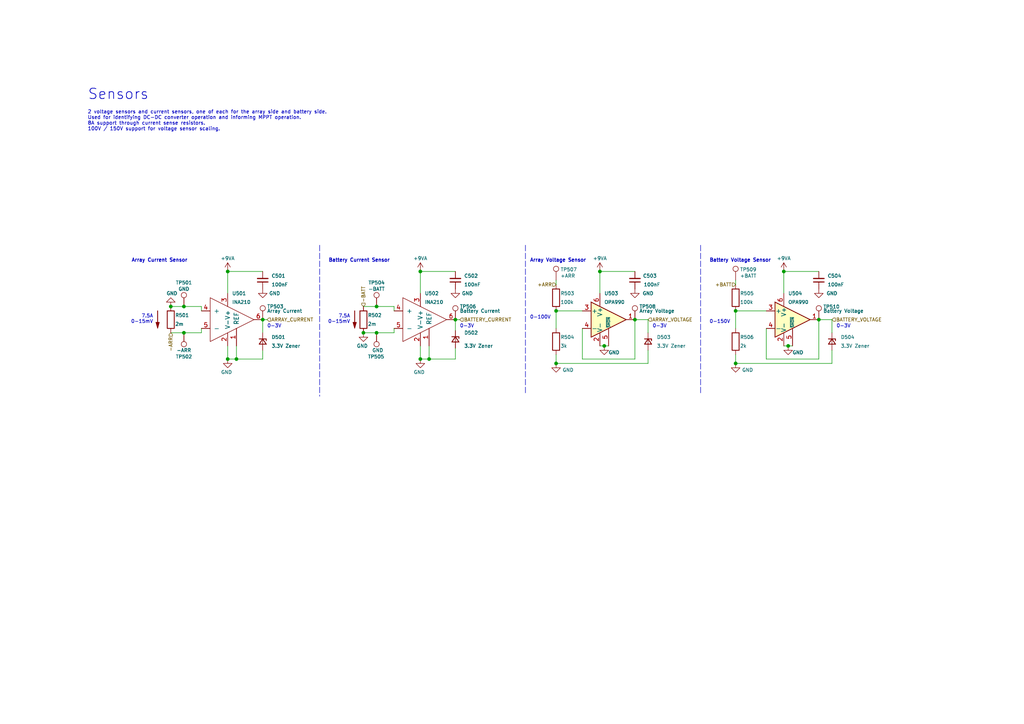
<source format=kicad_sch>
(kicad_sch (version 20211123) (generator eeschema)
  (paper "A4")
  (title_block (title "Sunscatter") (date "2022-06-05") (rev "3.4.0") (company "Longhorn Racing Solar") (comment 1 "Matthew Yu") (comment 2 "Gary Hallock"))
  (lib_symbols
    (symbol "Amplifier_Operational:MAX4238AUT" (pin_names (offset 0.127))
      (property "Reference" "U" (at 0 6.35 0))
      (property "Value" "MAX4238AUT" (at 0 3.81 0))
      (symbol "MAX4238AUT_0_1"
        (polyline (pts (xy -5.08 5.08) (xy 5.08 0) (xy -5.08 -5.08) (xy -5.08 5.08)) (stroke (width 0.254)) (fill (type background)))
      )
      (symbol "MAX4238AUT_1_1"
        (pin output line (at 7.62 0 180) (length 2.54) (name "~") (number "1"))
        (pin power_in line (at -2.54 -7.62 90) (length 3.81) (name "V-") (number "2"))
        (pin input line (at -7.62 2.54 0) (length 2.54) (name "+") (number "3"))
        (pin input line (at -7.62 -2.54 0) (length 2.54) (name "-") (number "4"))
        (pin input line (at 0 -7.62 90) (length 5.08) (name "~{SHDN}") (number "5"))
        (pin power_in line (at -2.54 7.62 270) (length 3.81) (name "V+") (number "6"))
      )
    )
    (symbol "Connector:TestPoint" (pin_numbers hide) (pin_names (offset 0.762) hide)
      (property "Reference" "TP" (at 0 6.858 0))
      (property "Value" "TestPoint" (at 0 5.08 0))
      (symbol "TestPoint_0_1"
        (circle (center 0 3.302) (radius 0.762))
      )
      (symbol "TestPoint_1_1"
        (pin passive line (at 0 0 90) (length 2.54) (name "1") (number "1"))
      )
    )
    (symbol "Device:C_Small" (pin_numbers hide) (pin_names (offset 0.254) hide)
      (property "Reference" "C" (at 0.254 1.778 0))
      (property "Value" "C_Small" (at 0.254 -2.032 0))
      (symbol "C_Small_0_1"
        (polyline (pts (xy -1.524 -0.508) (xy 1.524 -0.508)) (stroke (width 0.3302)))
        (polyline (pts (xy -1.524 0.508) (xy 1.524 0.508)) (stroke (width 0.3048)))
      )
      (symbol "C_Small_1_1"
        (pin passive line (at 0 2.54 270) (length 2.032) (name "~") (number "1"))
        (pin passive line (at 0 -2.54 90) (length 2.032) (name "~") (number "2"))
      )
    )
    (symbol "Device:D_Zener_Small" (pin_numbers hide) (pin_names (offset 0.254) hide)
      (property "Reference" "D" (at 0 2.286 0))
      (property "Value" "D_Zener_Small" (at 0 -2.286 0))
      (symbol "D_Zener_Small_0_1"
        (polyline (pts (xy 0.762 0) (xy -0.762 0)))
        (polyline (pts (xy -0.254 1.016) (xy -0.762 1.016) (xy -0.762 -1.016)) (stroke (width 0.254)))
        (polyline (pts (xy 0.762 1.016) (xy -0.762 0) (xy 0.762 -1.016) (xy 0.762 1.016)) (stroke (width 0.254)))
      )
      (symbol "D_Zener_Small_1_1"
        (pin passive line (at -2.54 0 0) (length 1.778) (name "K") (number "1"))
        (pin passive line (at 2.54 0 180) (length 1.778) (name "A") (number "2"))
      )
    )
    (symbol "Device:R" (pin_numbers hide) (pin_names (offset 0))
      (property "Reference" "R" (at 2.032 0 90))
      (property "Value" "R" (at 0 0 90))
      (symbol "R_0_1"
        (rectangle (start -1.016 -2.54) (end 1.016 2.54) (stroke (width 0.254)))
      )
      (symbol "R_1_1"
        (pin passive line (at 0 3.81 270) (length 1.27) (name "~") (number "1"))
        (pin passive line (at 0 -3.81 90) (length 1.27) (name "~") (number "2"))
      )
    )
    (symbol "Graphic:SYM_Arrow_Normal" (pin_names (offset 1.016))
      (symbol "SYM_Arrow_Normal_0_1"
        (polyline (pts (xy 1.524 0) (xy -2.54 0)) (stroke (width 0.254)))
        (polyline (pts (xy 2.54 0) (xy 0.762 -0.508) (xy 0.762 0.508) (xy 2.54 0)) (fill (type outline)))
      )
    )
    (symbol "MPPT:OP_AMP_INA21x" (pin_names (offset 1.016))
      (property "Reference" "U" (at 5.08 -5.08 0))
      (property "Value" "OP_AMP_INA21x" (at 1.27 5.08 0))
      (symbol "OP_AMP_INA21x_0_1"
        (polyline (pts (xy -5.08 6.35) (xy 7.62 0) (xy -5.08 -6.35) (xy -5.08 6.35)))
      )
      (symbol "OP_AMP_INA21x_1_1"
        (pin input line (at 2.54 -7.62 90) (length 5.08) (name "REF") (number "1"))
        (pin power_in line (at 0 -7.62 90) (length 3.81) (name "V-") (number "2"))
        (pin power_in line (at 0 7.62 270) (length 3.81) (name "V+") (number "3"))
        (pin input line (at -7.62 2.54 0) (length 2.54) (name "+") (number "4"))
        (pin input line (at -7.62 -2.54 0) (length 2.54) (name "-") (number "5"))
        (pin output line (at 10.16 0 180) (length 2.54) (name "~") (number "6"))
      )
    )
    (symbol "power:+9VA" (power) (pin_names (offset 0))
      (property "Value" "+9VA" (at 0 3.81 0))
      (symbol "+9VA_0_1"
        (polyline (pts (xy -0.762 1.27) (xy 0 2.54)))
        (polyline (pts (xy 0 0) (xy 0 2.54)))
        (polyline (pts (xy 0 2.54) (xy 0.762 1.27)))
      )
      (symbol "+9VA_1_1"
        (pin power_in line (at 0 0 90) (length 0) hide (name "+9VA") (number "1"))
      )
    )
    (symbol "power:GND" (power) (pin_names (offset 0))
      (property "Value" "GND" (at 0 -3.81 0))
      (symbol "GND_0_1"
        (polyline (pts (xy 0 0) (xy 0 -1.27) (xy 1.27 -1.27) (xy 0 -2.54) (xy -1.27 -1.27) (xy 0 -1.27)))
      )
      (symbol "GND_1_1"
        (pin power_in line (at 0 0 270) (length 0) hide (name "GND") (number "1"))
      )
    )
  )
  (junction (at 53.34 96.52))
  (junction (at 68.58 104.14))
  (junction (at 161.29 90.17))
  (junction (at 109.22 96.52))
  (junction (at 213.36 90.17))
  (junction (at 121.92 78.74))
  (junction (at 121.92 104.14))
  (junction (at 53.34 88.9))
  (junction (at 132.08 92.71))
  (junction (at 173.99 78.74))
  (junction (at 124.46 104.14))
  (junction (at 228.6 100.33))
  (junction (at 237.49 92.71))
  (junction (at 76.2 92.71))
  (junction (at 49.53 88.9))
  (junction (at 105.41 96.52))
  (junction (at 109.22 88.9))
  (junction (at 66.04 104.14))
  (junction (at 175.26 100.33))
  (junction (at 213.36 105.41))
  (junction (at 66.04 78.74))
  (junction (at 161.29 105.41))
  (junction (at 227.33 78.74))
  (junction (at 184.15 92.71))
  (polyline (pts (xy 152.4 71.12) (xy 152.4 114.3)))
  (wire (pts (xy 227.33 78.74) (xy 227.33 85.09)))
  (polyline (pts (xy 203.2 71.12) (xy 203.2 114.3)))
  (wire (pts (xy 227.33 100.33) (xy 228.6 100.33)))
  (wire (pts (xy 173.99 78.74) (xy 173.99 85.09)))
  (wire (pts (xy 213.36 90.17) (xy 213.36 95.25)))
  (wire (pts (xy 173.99 100.33) (xy 175.26 100.33)))
  (wire (pts (xy 76.2 101.6) (xy 76.2 104.14)))
  (wire (pts (xy 222.25 104.14) (xy 237.49 104.14)))
  (wire (pts (xy 187.96 92.71) (xy 187.96 96.52)))
  (wire (pts (xy 77.47 92.71) (xy 76.2 92.71)))
  (wire (pts (xy 121.92 78.74) (xy 121.92 85.09)))
  (wire (pts (xy 53.34 88.9) (xy 58.42 88.9)))
  (wire (pts (xy 222.25 95.25) (xy 222.25 104.14)))
  (wire (pts (xy 161.29 102.87) (xy 161.29 105.41)))
  (wire (pts (xy 213.36 105.41) (xy 241.3 105.41)))
  (wire (pts (xy 241.3 92.71) (xy 237.49 92.71)))
  (wire (pts (xy 228.6 100.33) (xy 229.87 100.33)))
  (wire (pts (xy 109.22 88.9) (xy 114.3 88.9)))
  (wire (pts (xy 175.26 100.33) (xy 176.53 100.33)))
  (wire (pts (xy 133.35 92.71) (xy 132.08 92.71)))
  (wire (pts (xy 66.04 78.74) (xy 66.04 85.09)))
  (wire (pts (xy 66.04 104.14) (xy 68.58 104.14)))
  (wire (pts (xy 184.15 104.14) (xy 168.91 104.14)))
  (wire (pts (xy 53.34 88.9) (xy 49.53 88.9)))
  (wire (pts (xy 76.2 92.71) (xy 76.2 96.52)))
  (wire (pts (xy 187.96 105.41) (xy 187.96 101.6)))
  (wire (pts (xy 58.42 96.52) (xy 53.34 96.52)))
  (wire (pts (xy 53.34 96.52) (xy 49.53 96.52)))
  (wire (pts (xy 213.36 102.87) (xy 213.36 105.41)))
  (wire (pts (xy 121.92 104.14) (xy 124.46 104.14)))
  (wire (pts (xy 66.04 100.33) (xy 66.04 104.14)))
  (wire (pts (xy 213.36 90.17) (xy 222.25 90.17)))
  (wire (pts (xy 132.08 100.965) (xy 132.08 104.14)))
  (wire (pts (xy 241.3 101.6) (xy 241.3 105.41)))
  (wire (pts (xy 161.29 105.41) (xy 187.96 105.41)))
  (wire (pts (xy 132.08 92.71) (xy 132.08 95.885)))
  (wire (pts (xy 124.46 100.33) (xy 124.46 104.14)))
  (wire (pts (xy 58.42 95.25) (xy 58.42 96.52)))
  (wire (pts (xy 114.3 90.17) (xy 114.3 88.9)))
  (wire (pts (xy 121.92 78.74) (xy 132.08 78.74)))
  (polyline (pts (xy 92.71 71.12) (xy 92.71 114.935)))
  (wire (pts (xy 66.04 78.74) (xy 76.2 78.74)))
  (wire (pts (xy 241.3 96.52) (xy 241.3 92.71)))
  (wire (pts (xy 105.41 88.9) (xy 109.22 88.9)))
  (wire (pts (xy 184.15 92.71) (xy 184.15 104.14)))
  (wire (pts (xy 184.15 92.71) (xy 187.96 92.71)))
  (wire (pts (xy 168.91 95.25) (xy 168.91 104.14)))
  (wire (pts (xy 161.29 81.28) (xy 161.29 82.55)))
  (wire (pts (xy 213.36 81.28) (xy 213.36 82.55)))
  (wire (pts (xy 227.33 78.74) (xy 237.49 78.74)))
  (wire (pts (xy 105.41 96.52) (xy 109.22 96.52)))
  (wire (pts (xy 114.3 95.25) (xy 114.3 96.52)))
  (wire (pts (xy 173.99 78.74) (xy 184.15 78.74)))
  (wire (pts (xy 161.29 90.17) (xy 168.91 90.17)))
  (wire (pts (xy 58.42 90.17) (xy 58.42 88.9)))
  (wire (pts (xy 68.58 100.33) (xy 68.58 104.14)))
  (wire (pts (xy 124.46 104.14) (xy 132.08 104.14)))
  (wire (pts (xy 161.29 90.17) (xy 161.29 95.25)))
  (wire (pts (xy 68.58 104.14) (xy 76.2 104.14)))
  (wire (pts (xy 121.92 100.33) (xy 121.92 104.14)))
  (wire (pts (xy 109.22 96.52) (xy 114.3 96.52)))
  (wire (pts (xy 237.49 104.14) (xy 237.49 92.71)))
  (text "0-3V" (at 242.57 95.25 0) (effects (font (size 1 1)) (justify left bottom)))
  (text "0-3V" (at 133.35 95.25 0) (effects (font (size 1 1)) (justify left bottom)))
  (text "7.5A\n0-15mV" (at 44.45 93.98 180) (effects (font (size 1 1)) (justify right bottom)))
  (text "Array Current Sensor" (at 38.1 76.2 0) (effects (font (size 1.016 1.016) (thickness 0.2032) bold) (justify left bottom)))
  (text "Array Voltage Sensor" (at 153.67 76.2 0) (effects (font (size 1.016 1.016) (thickness 0.2032) bold) (justify left bottom)))
  (text "0-150V" (at 205.74 93.98 0) (effects (font (size 1 1)) (justify left bottom)))
  (text "2 voltage sensors and current sensors, one of each for the array side and battery side.\nUsed for identifying DC-DC converter operation and informing MPPT operation.\n8A support through current sense resistors.\n100V / 150V support for voltage sensor scaling." (at 25.4 38.1 0) (effects (font (size 1.016 1.016)) (justify left bottom)))
  (text "Sensors" (at 25.4 29.21 0) (effects (font (size 3 3) (thickness 0.2032) bold) (justify left bottom)))
  (text "0-3V" (at 77.47 95.25 0) (effects (font (size 1 1)) (justify left bottom)))
  (text "Battery Current Sensor" (at 95.25 76.2 0) (effects (font (size 1.016 1.016) (thickness 0.2032) bold) (justify left bottom)))
  (text "7.5A\n0-15mV" (at 101.6 93.98 180) (effects (font (size 1 1)) (justify right bottom)))
  (text "0-3V" (at 189.23 95.25 0) (effects (font (size 1 1)) (justify left bottom)))
  (text "Battery Voltage Sensor" (at 205.74 76.2 0) (effects (font (size 1.016 1.016) (thickness 0.2032) bold) (justify left bottom)))
  (text "0-100V" (at 153.67 92.71 0) (effects (font (size 1 1)) (justify left bottom)))
  (hierarchical_label "BATTERY_CURRENT" (shape input) (at 133.35 92.71 0) (effects (font (size 1 1))))
  (hierarchical_label "BATTERY_VOLTAGE" (shape input) (at 241.3 92.71 0) (effects (font (size 1 1))))
  (hierarchical_label "+BATT" (shape input) (at 213.36 82.55 180) (effects (font (size 1 1))))
  (hierarchical_label "ARRAY_VOLTAGE" (shape input) (at 187.96 92.71 0) (effects (font (size 1 1))))
  (hierarchical_label "-ARR" (shape input) (at 49.53 96.52 270) (effects (font (size 1 1))))
  (hierarchical_label "-BATT" (shape input) (at 105.41 88.9 90) (effects (font (size 1 1))))
  (hierarchical_label "+ARR" (shape input) (at 161.29 82.55 180) (effects (font (size 1 1))))
  (hierarchical_label "ARRAY_CURRENT" (shape input) (at 77.47 92.71 0) (effects (font (size 1 1))))
  (symbol (lib_id "Connector:TestPoint") (at 109.22 88.9 0) (mirror y) (unit 1)
    (property "Reference" "TP504" (at 109.22 82.55 0) (effects (font (size 1 1)) (justify bottom)))
    (property "Value" "-BATT" (at 109.22 83.82 0) (effects (font (size 1 1))))
    (property "Footprint" "TestPoint:TestPoint_Pad_1.0x1.0mm" (effects hide))
  )
  (symbol (lib_id "Device:D_Zener_Small") (at 187.96 99.06 270) (unit 1)
    (property "Reference" "D503" (at 190.5 97.79 90) (effects (font (size 1 1)) (justify left)))
    (property "Value" "3.3V Zener" (at 190.5 100.33 90) (effects (font (size 1 1)) (justify left)))
    (property "Footprint" "Diode_SMD:D_MiniMELF" (effects hide))
    (property "Datasheet" "https://datasheet.lcsc.com/lcsc/1811142211_ST-Semtech-ZMM3V3-M_C8056.pdf" (effects hide))
    (property "Distributor" "JLCPCB" (effects hide))
    (property "Manufacturer" "ST(Semtech)" (effects hide))
    (property "JLCPCB BOM" "1" (effects hide))
    (property "LCSC Part" "C8056" (effects hide))
    (property "Projected Cost" "0.0205" (effects hide))
    (property "Purchase Page" "N/A" (effects hide))
    (property "Manufacturer Part Number" "ZMM3V3-M" (effects hide))
    (property "Mouser Part" "N/A" (effects hide))
  )
  (symbol (lib_id "power:+9VA") (at 227.33 78.74 0) (unit 1)
    (property "Reference" "#PWR0514" (effects hide))
    (property "Value" "+9VA" (at 227.33 74.93 0) (effects (font (size 1 1))))
  )
  (symbol (lib_id "Connector:TestPoint") (at 213.36 81.28 0) (unit 1)
    (property "Reference" "TP509" (at 214.63 78.74 0) (effects (font (size 1 1)) (justify left bottom)))
    (property "Value" "+BATT" (at 214.63 80.01 0) (effects (font (size 1 1)) (justify left)))
    (property "Footprint" "TestPoint:TestPoint_Pad_1.0x1.0mm" (effects hide))
  )
  (symbol (lib_id "Device:D_Zener_Small") (at 76.2 99.06 270) (unit 1)
    (property "Reference" "D501" (at 78.74 97.79 90) (effects (font (size 1 1)) (justify left)))
    (property "Value" "3.3V Zener" (at 78.74 100.33 90) (effects (font (size 1 1)) (justify left)))
    (property "Footprint" "Diode_SMD:D_MiniMELF" (effects hide))
    (property "Datasheet" "https://datasheet.lcsc.com/lcsc/1811142211_ST-Semtech-ZMM3V3-M_C8056.pdf" (effects hide))
    (property "Distributor" "JLCPCB" (effects hide))
    (property "Manufacturer" "ST(Semtech)" (effects hide))
    (property "JLCPCB BOM" "1" (effects hide))
    (property "LCSC Part" "C8056" (effects hide))
    (property "Projected Cost" "0.0205" (effects hide))
    (property "Purchase Page" "N/A" (effects hide))
    (property "Manufacturer Part Number" "ZMM3V3-M" (effects hide))
    (property "Mouser Part" "N/A" (effects hide))
  )
  (symbol (lib_id "Device:R") (at 49.53 92.71 0) (mirror x) (unit 1)
    (property "Reference" "R501" (at 50.8 91.44 0) (effects (font (size 1 1)) (justify left)))
    (property "Value" "2m" (at 50.8 93.98 0) (effects (font (size 1 1)) (justify left)))
    (property "Footprint" "Resistor_SMD:R_1206_3216Metric" (effects hide))
    (property "Datasheet" "https://www.mouser.com/datasheet/2/348/ROHM_S_A0011096104_1-2563399.pdf" (effects hide))
    (property "Distributor" "Mouser" (effects hide))
    (property "Manufacturer" "ROHM Semiconductor" (effects hide))
    (property "JLCPCB BOM" "0" (effects hide))
    (property "LCSC Part" "N/A" (effects hide))
    (property "Projected Cost" "0.69" (effects hide))
    (property "Purchase Page" "https://www.mouser.com/ProductDetail/ROHM-Semiconductor/PMR18EZPFV2L00?qs=oBjDkOCjPF3F%252BxFCsdw8aQ%3D%3D" (effects hide))
    (property "Alternative Part" "https://www.mouser.com/ProductDetail/Bourns/CRF1206-FZ-R002ELF?qs=NoqMqJKvPFJVdeqRsRJxRg%3D%3D" (effects hide))
    (property "Manufacturer Part Number" "PMR18EZPFV2L00" (effects hide))
    (property "Mouser Part" "755-PMR18EZPFV2L00" (effects hide))
  )
  (symbol (lib_id "MPPT:OP_AMP_INA21x") (at 66.04 92.71 0) (unit 1)
    (property "Reference" "U501" (at 67.31 85.09 0) (effects (font (size 1 1)) (justify left)))
    (property "Value" "INA210" (at 67.31 87.63 0) (effects (font (size 1 1)) (justify left)))
    (property "Footprint" "Package_TO_SOT_SMD:SOT-363_SC-70-6_Handsoldering" (effects hide))
    (property "Datasheet" "https://www.ti.com/lit/gpn/INA210" (effects hide))
    (property "Distributor" "Texas Instruments" (effects hide))
    (property "Manufacturer" "Texas Instruments" (effects hide))
    (property "JLCPCB BOM" "0" (effects hide))
    (property "LCSC Part" "N/A" (effects hide))
    (property "Projected Cost" "1.156" (effects hide))
    (property "Purchase Page" "https://www.ti.com/store/ti/en/p/product/?p=INA210AIDCKT&HQS=OCB-tistore-null-storeinv-invf-store-octopart-wwe" (effects hide))
    (property "Manufacturer Part Number" "INA210AIDCKT" (effects hide))
    (property "Mouser Part" "N/A" (effects hide))
  )
  (symbol (lib_id "Amplifier_Operational:MAX4238AUT") (at 229.87 92.71 0) (unit 1)
    (property "Reference" "U504" (at 228.6 85.09 0) (effects (font (size 1 1)) (justify left)))
    (property "Value" "OPA990" (at 228.6 87.63 0) (effects (font (size 1 1)) (justify left)))
    (property "Footprint" "Package_TO_SOT_SMD:SOT-23-6" (effects hide))
    (property "Datasheet" "https://www.ti.com/lit/ds/symlink/opa990.pdf" (effects hide))
    (property "Distributor" "Mouser" (effects hide))
    (property "JLCPCB BOM" "0" (effects hide))
    (property "LCSC Part" "N/A" (effects hide))
    (property "Manufacturer" "Texas Instruments" (effects hide))
    (property "Projected Cost" "1.30" (effects hide))
    (property "Purchase Page" "https://www.mouser.com/ProductDetail/595-OPA990SIDBVR" (effects hide))
    (property "Manufacturer Part Number" "OPA990SIDBVR" (effects hide))
    (property "Mouser Part" "595-OPA990SIDBVR" (effects hide))
    (property "Alternative Part" "OPA991, OPA992" (effects hide))
  )
  (symbol (lib_id "Connector:TestPoint") (at 184.15 92.71 0) (unit 1)
    (property "Reference" "TP508" (at 185.42 88.9 0) (effects (font (size 1 1)) (justify left)))
    (property "Value" "Array Voltage" (at 185.42 90.17 0) (effects (font (size 1 1)) (justify left)))
    (property "Footprint" "TestPoint:TestPoint_Pad_1.0x1.0mm" (effects hide))
  )
  (symbol (lib_id "Device:R") (at 213.36 99.06 0) (unit 1)
    (property "Reference" "R506" (at 214.63 97.79 0) (effects (font (size 1 1)) (justify left)))
    (property "Value" "2k" (at 214.63 100.33 0) (effects (font (size 1 1)) (justify left)))
    (property "Footprint" "Resistor_SMD:R_0805_2012Metric" (effects hide))
    (property "Datasheet" "https://datasheet.lcsc.com/lcsc/2110251830_UNI-ROYAL-Uniroyal-Elec-0805W8F2001T5E_C17604.pdf" (effects hide))
    (property "Distributor" "JLCPCB" (effects hide))
    (property "JLCPCB BOM" "1" (effects hide))
    (property "LCSC Part" "C17604" (effects hide))
    (property "Manufacturer" "Uniroyal Elec" (effects hide))
    (property "Projected Cost" "0.0025" (effects hide))
    (property "Purchase Page" "N/A" (effects hide))
    (property "Manufacturer Part Number" "0805W8F2001T5E" (effects hide))
    (property "Mouser Part" "N/A" (effects hide))
  )
  (symbol (lib_id "power:GND") (at 105.41 96.52 0) (unit 1)
    (property "Reference" "#PWR0505" (effects hide))
    (property "Value" "GND" (at 106.68 100.33 0) (effects (font (size 1 1)) (justify right)))
  )
  (symbol (lib_id "power:GND") (at 49.53 88.9 180) (unit 1)
    (property "Reference" "#PWR0501" (effects hide))
    (property "Value" "GND" (at 48.26 85.09 0) (effects (font (size 1 1)) (justify right)))
  )
  (symbol (lib_id "Device:R") (at 161.29 86.36 0) (mirror x) (unit 1)
    (property "Reference" "R503" (at 162.56 85.09 0) (effects (font (size 1 1)) (justify left)))
    (property "Value" "100k" (at 162.56 87.63 0) (effects (font (size 1 1)) (justify left)))
    (property "Footprint" "Resistor_SMD:R_0805_2012Metric" (effects hide))
    (property "Datasheet" "https://datasheet.lcsc.com/lcsc/2110260430_UNI-ROYAL-Uniroyal-Elec-0805W8F1003T5E_C149504.pdf" (effects hide))
    (property "Distributor" "JLCPCB" (effects hide))
    (property "Manufacturer" "Uniroyal Elec" (effects hide))
    (property "JLCPCB BOM" "1" (effects hide))
    (property "LCSC Part" "C149504" (effects hide))
    (property "Projected Cost" "0.0025" (effects hide))
    (property "Purchase Page" "N/A" (effects hide))
    (property "Manufacturer Part Number" "0805W8F1003T5E" (effects hide))
    (property "Mouser Part" "N/A" (effects hide))
  )
  (symbol (lib_id "power:GND") (at 184.15 83.82 0) (mirror y) (unit 1)
    (property "Reference" "#PWR0512" (effects hide))
    (property "Value" "GND" (at 187.96 85.09 0) (effects (font (size 1 1))))
  )
  (symbol (lib_id "Device:D_Zener_Small") (at 241.3 99.06 270) (unit 1)
    (property "Reference" "D504" (at 243.84 97.79 90) (effects (font (size 1 1)) (justify left)))
    (property "Value" "3.3V Zener" (at 243.84 100.33 90) (effects (font (size 1 1)) (justify left)))
    (property "Footprint" "Diode_SMD:D_MiniMELF" (effects hide))
    (property "Datasheet" "https://datasheet.lcsc.com/lcsc/1811142211_ST-Semtech-ZMM3V3-M_C8056.pdf" (effects hide))
    (property "Distributor" "JLCPCB" (effects hide))
    (property "Manufacturer" "ST(Semtech)" (effects hide))
    (property "JLCPCB BOM" "1" (effects hide))
    (property "LCSC Part" "C8056" (effects hide))
    (property "Projected Cost" "0.0205" (effects hide))
    (property "Purchase Page" "N/A" (effects hide))
    (property "Manufacturer Part Number" "ZMM3V3-M" (effects hide))
    (property "Mouser Part" "N/A" (effects hide))
  )
  (symbol (lib_id "power:GND") (at 161.29 105.41 0) (unit 1)
    (property "Reference" "#PWR0509" (effects hide))
    (property "Value" "GND" (at 166.37 107.315 0) (effects (font (size 1 1)) (justify right)))
  )
  (symbol (lib_id "power:GND") (at 121.92 104.14 0) (unit 1)
    (property "Reference" "#PWR0507" (effects hide))
    (property "Value" "GND" (at 123.19 107.95 0) (effects (font (size 1 1)) (justify right)))
  )
  (symbol (lib_id "Connector:TestPoint") (at 109.22 96.52 180) (unit 1)
    (property "Reference" "TP505" (at 106.68 102.87 0) (effects (font (size 1 1)) (justify right bottom)))
    (property "Value" "GND" (at 107.95 101.6 0) (effects (font (size 1 1)) (justify right)))
    (property "Footprint" "TestPoint:TestPoint_Pad_1.0x1.0mm" (effects hide))
  )
  (symbol (lib_id "power:GND") (at 228.6 100.33 0) (unit 1)
    (property "Reference" "#PWR0515" (effects hide))
    (property "Value" "GND" (at 233.045 102.235 0) (effects (font (size 1 1)) (justify right)))
  )
  (symbol (lib_id "MPPT:OP_AMP_INA21x") (at 121.92 92.71 0) (unit 1)
    (property "Reference" "U502" (at 123.19 85.09 0) (effects (font (size 1 1)) (justify left)))
    (property "Value" "INA210" (at 123.19 87.63 0) (effects (font (size 1 1)) (justify left)))
    (property "Footprint" "Package_TO_SOT_SMD:SOT-363_SC-70-6_Handsoldering" (effects hide))
    (property "Datasheet" "https://www.ti.com/lit/gpn/INA210" (effects hide))
    (property "Distributor" "Texas Instruments" (effects hide))
    (property "Manufacturer" "Texas Instruments" (effects hide))
    (property "JLCPCB BOM" "0" (effects hide))
    (property "LCSC Part" "N/A" (effects hide))
    (property "Projected Cost" "1.156" (effects hide))
    (property "Purchase Page" "https://www.ti.com/store/ti/en/p/product/?p=INA210AIDCKT&HQS=OCB-tistore-null-storeinv-invf-store-octopart-wwe" (effects hide))
    (property "Manufacturer Part Number" "INA210AIDCKT" (effects hide))
    (property "Mouser Part" "N/A" (effects hide))
  )
  (symbol (lib_id "Connector:TestPoint") (at 161.29 81.28 0) (unit 1)
    (property "Reference" "TP507" (at 162.56 78.74 0) (effects (font (size 1 1)) (justify left bottom)))
    (property "Value" "+ARR" (at 162.56 80.01 0) (effects (font (size 1 1)) (justify left)))
    (property "Footprint" "TestPoint:TestPoint_Pad_1.0x1.0mm" (effects hide))
  )
  (symbol (lib_id "Device:D_Zener_Small") (at 132.08 98.425 270) (unit 1)
    (property "Reference" "D502" (at 134.62 96.52 90) (effects (font (size 1 1)) (justify left)))
    (property "Value" "3.3V Zener" (at 134.62 100.33 90) (effects (font (size 1 1)) (justify left)))
    (property "Footprint" "Diode_SMD:D_MiniMELF" (effects hide))
    (property "Datasheet" "https://datasheet.lcsc.com/lcsc/1811142211_ST-Semtech-ZMM3V3-M_C8056.pdf" (effects hide))
    (property "Distributor" "JLCPCB" (effects hide))
    (property "Manufacturer" "ST(Semtech)" (effects hide))
    (property "JLCPCB BOM" "1" (effects hide))
    (property "LCSC Part" "C8056" (effects hide))
    (property "Projected Cost" "0.0205" (effects hide))
    (property "Purchase Page" "N/A" (effects hide))
    (property "Manufacturer Part Number" "ZMM3V3-M" (effects hide))
    (property "Mouser Part" "N/A" (effects hide))
  )
  (symbol (lib_id "Device:C_Small") (at 184.15 81.28 180) (unit 1)
    (property "Reference" "C503" (at 190.5 80.01 0) (effects (font (size 1 1)) (justify left)))
    (property "Value" "100nF" (at 186.69 82.55 0) (effects (font (size 1 1)) (justify right)))
    (property "Footprint" "Capacitor_SMD:C_0805_2012Metric" (effects hide))
    (property "Datasheet" "https://datasheet.lcsc.com/lcsc/1810191216_Samsung-Electro-Mechanics-CL21B104KCFNNNE_C28233.pdf" (effects hide))
    (property "Distributor" "JLCPCB" (effects hide))
    (property "Manufacturer" "Samsung Elctro-Mechanics" (effects hide))
    (property "JLCPCB BOM" "1" (effects hide))
    (property "LCSC Part" "C28233" (effects hide))
    (property "Projected Cost" "0.0083" (effects hide))
    (property "Purchase Page" "N/A" (effects hide))
    (property "Manufacturer Part Number" "CL21B104KCFNNNE" (effects hide))
    (property "Mouser Part" "N/A" (effects hide))
  )
  (symbol (lib_id "power:+9VA") (at 66.04 78.74 0) (unit 1)
    (property "Reference" "#PWR0502" (effects hide))
    (property "Value" "+9VA" (at 66.04 74.93 0) (effects (font (size 1 1))))
  )
  (symbol (lib_id "power:+9VA") (at 121.92 78.74 0) (unit 1)
    (property "Reference" "#PWR0506" (effects hide))
    (property "Value" "+9VA" (at 121.92 74.93 0) (effects (font (size 1 1))))
  )
  (symbol (lib_id "Device:C_Small") (at 132.08 81.28 180) (unit 1)
    (property "Reference" "C502" (at 134.62 80.01 0) (effects (font (size 1 1)) (justify right)))
    (property "Value" "100nF" (at 134.62 82.55 0) (effects (font (size 1 1)) (justify right)))
    (property "Footprint" "Capacitor_SMD:C_0805_2012Metric" (effects hide))
    (property "Datasheet" "https://datasheet.lcsc.com/lcsc/1810191216_Samsung-Electro-Mechanics-CL21B104KCFNNNE_C28233.pdf" (effects hide))
    (property "Distributor" "JLCPCB" (effects hide))
    (property "Manufacturer" "Samsung Elctro-Mechanics" (effects hide))
    (property "JLCPCB BOM" "1" (effects hide))
    (property "LCSC Part" "C28233" (effects hide))
    (property "Projected Cost" "0.0083" (effects hide))
    (property "Purchase Page" "N/A" (effects hide))
    (property "Manufacturer Part Number" "CL21B104KCFNNNE" (effects hide))
    (property "Mouser Part" "N/A" (effects hide))
  )
  (symbol (lib_id "Connector:TestPoint") (at 237.49 92.71 0) (unit 1)
    (property "Reference" "TP510" (at 238.76 89.535 0) (effects (font (size 1 1)) (justify left bottom)))
    (property "Value" "Battery Voltage" (at 238.76 90.17 0) (effects (font (size 1 1)) (justify left)))
    (property "Footprint" "TestPoint:TestPoint_Pad_1.0x1.0mm" (effects hide))
  )
  (symbol (lib_id "Connector:TestPoint") (at 132.08 92.71 0) (unit 1)
    (property "Reference" "TP506" (at 133.35 88.9 0) (effects (font (size 1 1)) (justify left)))
    (property "Value" "Battery Current" (at 133.35 90.17 0) (effects (font (size 1 1)) (justify left)))
    (property "Footprint" "TestPoint:TestPoint_Pad_1.0x1.0mm" (effects hide))
  )
  (symbol (lib_id "power:GND") (at 76.2 83.82 0) (unit 1)
    (property "Reference" "#PWR0504" (effects hide))
    (property "Value" "GND" (at 81.28 85.09 0) (effects (font (size 1 1)) (justify right)))
  )
  (symbol (lib_id "Graphic:SYM_Arrow_Normal") (at 45.72 92.71 270) (unit 1)
    (property "Reference" "#SYM501" (effects hide))
    (property "Value" "SYM_Arrow_Normal" (effects hide))
  )
  (symbol (lib_id "power:GND") (at 175.26 100.33 0) (unit 1)
    (property "Reference" "#PWR0511" (effects hide))
    (property "Value" "GND" (at 179.705 102.235 0) (effects (font (size 1 1)) (justify right)))
  )
  (symbol (lib_id "Device:C_Small") (at 237.49 81.28 180) (unit 1)
    (property "Reference" "C504" (at 240.03 80.01 0) (effects (font (size 1 1)) (justify right)))
    (property "Value" "100nF" (at 240.03 82.55 0) (effects (font (size 1 1)) (justify right)))
    (property "Footprint" "Capacitor_SMD:C_0805_2012Metric" (effects hide))
    (property "Datasheet" "https://datasheet.lcsc.com/lcsc/1810191216_Samsung-Electro-Mechanics-CL21B104KCFNNNE_C28233.pdf" (effects hide))
    (property "Distributor" "JLCPCB" (effects hide))
    (property "Manufacturer" "Samsung Elctro-Mechanics" (effects hide))
    (property "JLCPCB BOM" "1" (effects hide))
    (property "LCSC Part" "C28233" (effects hide))
    (property "Projected Cost" "0.0083" (effects hide))
    (property "Purchase Page" "N/A" (effects hide))
    (property "Manufacturer Part Number" "CL21B104KCFNNNE" (effects hide))
    (property "Mouser Part" "N/A" (effects hide))
  )
  (symbol (lib_id "Connector:TestPoint") (at 76.2 92.71 0) (unit 1)
    (property "Reference" "TP503" (at 77.47 88.9 0) (effects (font (size 1 1)) (justify left)))
    (property "Value" "Array Current" (at 77.47 90.17 0) (effects (font (size 1 1)) (justify left)))
    (property "Footprint" "TestPoint:TestPoint_Pad_1.0x1.0mm" (effects hide))
  )
  (symbol (lib_id "power:+9VA") (at 173.99 78.74 0) (unit 1)
    (property "Reference" "#PWR0510" (effects hide))
    (property "Value" "+9VA" (at 173.99 74.93 0) (effects (font (size 1 1))))
  )
  (symbol (lib_id "Device:C_Small") (at 76.2 81.28 180) (unit 1)
    (property "Reference" "C501" (at 78.74 80.01 0) (effects (font (size 1 1)) (justify right)))
    (property "Value" "100nF" (at 78.74 82.55 0) (effects (font (size 1 1)) (justify right)))
    (property "Footprint" "Capacitor_SMD:C_0805_2012Metric" (effects hide))
    (property "Datasheet" "https://datasheet.lcsc.com/lcsc/1810191216_Samsung-Electro-Mechanics-CL21B104KCFNNNE_C28233.pdf" (effects hide))
    (property "Distributor" "JLCPCB" (effects hide))
    (property "Manufacturer" "Samsung Elctro-Mechanics" (effects hide))
    (property "JLCPCB BOM" "1" (effects hide))
    (property "LCSC Part" "C28233" (effects hide))
    (property "Projected Cost" "0.0083" (effects hide))
    (property "Purchase Page" "N/A" (effects hide))
    (property "Manufacturer Part Number" "CL21B104KCFNNNE" (effects hide))
    (property "Mouser Part" "N/A" (effects hide))
  )
  (symbol (lib_id "Device:R") (at 161.29 99.06 0) (unit 1)
    (property "Reference" "R504" (at 162.56 97.79 0) (effects (font (size 1 1)) (justify left)))
    (property "Value" "3k" (at 162.56 100.33 0) (effects (font (size 1 1)) (justify left)))
    (property "Footprint" "Resistor_SMD:R_0805_2012Metric" (effects hide))
    (property "Datasheet" "https://datasheet.lcsc.com/lcsc/2110251830_UNI-ROYAL-Uniroyal-Elec-0805W8F3001T5E_C17661.pdf" (effects hide))
    (property "Distributor" "JLCPCB" (effects hide))
    (property "JLCPCB BOM" "1" (effects hide))
    (property "LCSC Part" "C17661" (effects hide))
    (property "Manufacturer" "Uniroyal Elec" (effects hide))
    (property "Projected Cost" "0.0025" (effects hide))
    (property "Purchase Page" "N/A" (effects hide))
    (property "Manufacturer Part Number" "0805W8F3001T5E" (effects hide))
    (property "Mouser Part" "N/A" (effects hide))
  )
  (symbol (lib_id "power:GND") (at 213.36 105.41 0) (unit 1)
    (property "Reference" "#PWR0513" (effects hide))
    (property "Value" "GND" (at 218.44 107.315 0) (effects (font (size 1 1)) (justify right)))
  )
  (symbol (lib_id "power:GND") (at 132.08 83.82 0) (unit 1)
    (property "Reference" "#PWR0508" (effects hide))
    (property "Value" "GND" (at 137.16 85.09 0) (effects (font (size 1 1)) (justify right)))
  )
  (symbol (lib_id "Connector:TestPoint") (at 53.34 96.52 180) (unit 1)
    (property "Reference" "TP502" (at 53.34 102.87 0) (effects (font (size 1 1)) (justify bottom)))
    (property "Value" "-ARR" (at 53.34 101.6 0) (effects (font (size 1 1))))
    (property "Footprint" "TestPoint:TestPoint_Pad_1.0x1.0mm" (effects hide))
  )
  (symbol (lib_id "Graphic:SYM_Arrow_Normal") (at 102.87 92.71 270) (unit 1)
    (property "Reference" "#SYM502" (effects hide))
    (property "Value" "SYM_Arrow_Normal" (effects hide))
  )
  (symbol (lib_id "Connector:TestPoint") (at 53.34 88.9 0) (mirror y) (unit 1)
    (property "Reference" "TP501" (at 53.34 82.55 0) (effects (font (size 1 1)) (justify bottom)))
    (property "Value" "GND" (at 53.34 83.82 0) (effects (font (size 1 1))))
    (property "Footprint" "TestPoint:TestPoint_Pad_1.0x1.0mm" (effects hide))
  )
  (symbol (lib_id "Device:R") (at 213.36 86.36 0) (mirror x) (unit 1)
    (property "Reference" "R505" (at 214.63 85.09 0) (effects (font (size 1 1)) (justify left)))
    (property "Value" "100k" (at 214.63 87.63 0) (effects (font (size 1 1)) (justify left)))
    (property "Footprint" "Resistor_SMD:R_0805_2012Metric" (effects hide))
    (property "Datasheet" "https://datasheet.lcsc.com/lcsc/2110260430_UNI-ROYAL-Uniroyal-Elec-0805W8F1003T5E_C149504.pdf" (effects hide))
    (property "Distributor" "JLCPCB" (effects hide))
    (property "Manufacturer" "Uniroyal Elec" (effects hide))
    (property "JLCPCB BOM" "1" (effects hide))
    (property "LCSC Part" "C149504" (effects hide))
    (property "Projected Cost" "0.0025" (effects hide))
    (property "Purchase Page" "N/A" (effects hide))
    (property "Manufacturer Part Number" "0805W8F1003T5E" (effects hide))
    (property "Mouser Part" "N/A" (effects hide))
  )
  (symbol (lib_id "Amplifier_Operational:MAX4238AUT") (at 176.53 92.71 0) (unit 1)
    (property "Reference" "U503" (at 175.26 85.09 0) (effects (font (size 1 1)) (justify left)))
    (property "Value" "OPA990" (at 175.26 87.63 0) (effects (font (size 1 1)) (justify left)))
    (property "Footprint" "Package_TO_SOT_SMD:SOT-23-6" (effects hide))
    (property "Datasheet" "https://www.ti.com/lit/ds/symlink/opa990.pdf" (effects hide))
    (property "Distributor" "Mouser" (effects hide))
    (property "JLCPCB BOM" "0" (effects hide))
    (property "LCSC Part" "N/A" (effects hide))
    (property "Manufacturer" "Texas Instruments" (effects hide))
    (property "Projected Cost" "1.30" (effects hide))
    (property "Purchase Page" "https://www.mouser.com/ProductDetail/595-OPA990SIDBVR" (effects hide))
    (property "Manufacturer Part Number" "OPA990SIDBVR" (effects hide))
    (property "Mouser Part" "595-OPA990SIDBVR" (effects hide))
    (property "Alternative Part" "OPA991, OPA992" (effects hide))
  )
  (symbol (lib_id "power:GND") (at 66.04 104.14 0) (unit 1)
    (property "Reference" "#PWR0503" (effects hide))
    (property "Value" "GND" (at 67.31 107.95 0) (effects (font (size 1 1)) (justify right)))
  )
  (symbol (lib_id "power:GND") (at 237.49 83.82 0) (mirror y) (unit 1)
    (property "Reference" "#PWR0516" (effects hide))
    (property "Value" "GND" (at 241.3 85.09 0) (effects (font (size 1 1))))
  )
  (symbol (lib_id "Device:R") (at 105.41 92.71 0) (mirror x) (unit 1)
    (property "Reference" "R502" (at 106.68 91.44 0) (effects (font (size 1 1)) (justify left)))
    (property "Value" "2m" (at 106.68 93.98 0) (effects (font (size 1 1)) (justify left)))
    (property "Footprint" "Resistor_SMD:R_1206_3216Metric" (effects hide))
    (property "Datasheet" "https://www.mouser.com/datasheet/2/348/ROHM_S_A0011096104_1-2563399.pdf" (effects hide))
    (property "Distributor" "Mouser" (effects hide))
    (property "Manufacturer" "ROHM Semiconductor" (effects hide))
    (property "JLCPCB BOM" "0" (effects hide))
    (property "LCSC Part" "N/A" (effects hide))
    (property "Projected Cost" "0.69" (effects hide))
    (property "Purchase Page" "https://www.mouser.com/ProductDetail/ROHM-Semiconductor/PMR18EZPFV2L00?qs=oBjDkOCjPF3F%252BxFCsdw8aQ%3D%3D" (effects hide))
    (property "Alternative Part" "https://www.mouser.com/ProductDetail/Bourns/CRF1206-FZ-R002ELF?qs=NoqMqJKvPFJVdeqRsRJxRg%3D%3D" (effects hide))
    (property "Manufacturer Part Number" "PMR18EZPFV2L00" (effects hide))
    (property "Mouser Part" "755-PMR18EZPFV2L00" (effects hide))
  )
)
</source>
